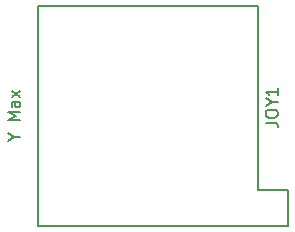
<source format=gbr>
G04 #@! TF.GenerationSoftware,KiCad,Pcbnew,5.1.5-52549c5~86~ubuntu18.04.1*
G04 #@! TF.CreationDate,2020-05-17T18:20:31-04:00*
G04 #@! TF.ProjectId,2020 05 PSP Joystick Breakout,32303230-2030-4352-9050-5350204a6f79,rev?*
G04 #@! TF.SameCoordinates,Original*
G04 #@! TF.FileFunction,Legend,Top*
G04 #@! TF.FilePolarity,Positive*
%FSLAX46Y46*%
G04 Gerber Fmt 4.6, Leading zero omitted, Abs format (unit mm)*
G04 Created by KiCad (PCBNEW 5.1.5-52549c5~86~ubuntu18.04.1) date 2020-05-17 18:20:31*
%MOMM*%
%LPD*%
G04 APERTURE LIST*
%ADD10C,0.150000*%
G04 APERTURE END LIST*
D10*
X147296190Y-122459523D02*
X147772380Y-122459523D01*
X146772380Y-122792857D02*
X147296190Y-122459523D01*
X146772380Y-122126190D01*
X147772380Y-121030952D02*
X146772380Y-121030952D01*
X147486666Y-120697619D01*
X146772380Y-120364285D01*
X147772380Y-120364285D01*
X147772380Y-119459523D02*
X147248571Y-119459523D01*
X147153333Y-119507142D01*
X147105714Y-119602380D01*
X147105714Y-119792857D01*
X147153333Y-119888095D01*
X147724761Y-119459523D02*
X147772380Y-119554761D01*
X147772380Y-119792857D01*
X147724761Y-119888095D01*
X147629523Y-119935714D01*
X147534285Y-119935714D01*
X147439047Y-119888095D01*
X147391428Y-119792857D01*
X147391428Y-119554761D01*
X147343809Y-119459523D01*
X147772380Y-119078571D02*
X147105714Y-118554761D01*
X147105714Y-119078571D02*
X147772380Y-118554761D01*
X170450000Y-126950000D02*
X170450000Y-129950000D01*
X167950000Y-126950000D02*
X170450000Y-126950000D01*
X170450000Y-129950000D02*
X149350000Y-129950000D01*
X167950000Y-111350000D02*
X167950000Y-126950000D01*
X149350000Y-111350000D02*
X167950000Y-111350000D01*
X149350000Y-129950000D02*
X149350000Y-111350000D01*
X168602380Y-121235714D02*
X169316666Y-121235714D01*
X169459523Y-121283333D01*
X169554761Y-121378571D01*
X169602380Y-121521428D01*
X169602380Y-121616666D01*
X168602380Y-120569047D02*
X168602380Y-120378571D01*
X168650000Y-120283333D01*
X168745238Y-120188095D01*
X168935714Y-120140476D01*
X169269047Y-120140476D01*
X169459523Y-120188095D01*
X169554761Y-120283333D01*
X169602380Y-120378571D01*
X169602380Y-120569047D01*
X169554761Y-120664285D01*
X169459523Y-120759523D01*
X169269047Y-120807142D01*
X168935714Y-120807142D01*
X168745238Y-120759523D01*
X168650000Y-120664285D01*
X168602380Y-120569047D01*
X169126190Y-119521428D02*
X169602380Y-119521428D01*
X168602380Y-119854761D02*
X169126190Y-119521428D01*
X168602380Y-119188095D01*
X169602380Y-118330952D02*
X169602380Y-118902380D01*
X169602380Y-118616666D02*
X168602380Y-118616666D01*
X168745238Y-118711904D01*
X168840476Y-118807142D01*
X168888095Y-118902380D01*
M02*

</source>
